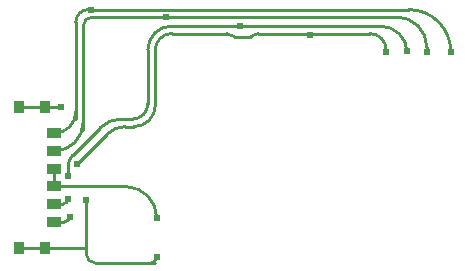
<source format=gbl>
G04 Layer: BottomLayer*
G04 EasyEDA v6.5.46, 2024-08-14 00:49:08*
G04 dde63f3f8315456bab8066d9accbbf49,2068458b4593477ca407b24a564fb9b8,10*
G04 Gerber Generator version 0.2*
G04 Scale: 100 percent, Rotated: No, Reflected: No *
G04 Dimensions in millimeters *
G04 leading zeros omitted , absolute positions ,4 integer and 5 decimal *
%FSLAX45Y45*%
%MOMM*%

%AMMACRO1*21,1,$1,$2,0,0,$3*%
%ADD10C,0.2540*%
%ADD11MACRO1,0.9X1.2X90.0000*%
%ADD12MACRO1,1X0.9X-90.0000*%
%ADD13C,0.6200*%

%LPD*%
D10*
X3530600Y2870200D02*
G01*
X3543300Y2870200D01*
X2596060Y2870200D02*
G01*
X3530600Y2870200D01*
X2527300Y2844800D02*
G01*
X2534739Y2844800D01*
X2392860Y2844800D02*
G01*
X2527300Y2844800D01*
X2311400Y2870200D02*
G01*
X2331539Y2870200D01*
X1866900Y2870200D02*
G01*
X2311400Y2870200D01*
X1727200Y2260600D02*
G01*
X1727200Y2730500D01*
X1473200Y2082800D02*
G01*
X1549400Y2082800D01*
X1066800Y1765300D02*
G01*
X1321437Y2019937D01*
X3530600Y2933700D02*
G01*
X3632200Y2933700D01*
X2442519Y2933700D02*
G01*
X3530600Y2933700D01*
X1866900Y2933700D02*
G01*
X2442519Y2933700D01*
X1663700Y2273300D02*
G01*
X1663700Y2730500D01*
X1524000Y2146300D02*
G01*
X1536700Y2146300D01*
X1437279Y2146300D02*
G01*
X1524000Y2146300D01*
X1028700Y1841500D02*
G01*
X1260116Y2072916D01*
X990600Y1663700D02*
G01*
X990600Y1749518D01*
X1143000Y1054100D02*
G01*
X1143000Y1460500D01*
X1143000Y1003300D02*
G01*
X1143000Y1054100D01*
X873912Y1275994D02*
G01*
X958494Y1275994D01*
X873912Y1425981D02*
G01*
X943381Y1425981D01*
X4025900Y2755900D02*
G01*
X4025900Y2717800D01*
X3638550Y3073400D02*
G01*
X3873500Y3073400D01*
X3759200Y3009900D02*
G01*
X3771900Y3009900D01*
X1816100Y3009900D02*
G01*
X3759200Y3009900D01*
X1219200Y3009900D02*
G01*
X1816100Y3009900D01*
X1192580Y3009900D02*
G01*
X1219200Y3009900D01*
X1117600Y2934919D02*
G01*
X1117600Y2946400D01*
X1054100Y2962732D02*
G01*
X1054100Y2965450D01*
X1117600Y2934919D02*
G01*
X1117600Y2946400D01*
X1472006Y1575993D02*
G01*
X873912Y1575993D01*
X573900Y2251001D02*
G01*
X793889Y2251001D01*
X573900Y1051003D02*
G01*
X793889Y1051003D01*
X873899Y1575996D02*
G01*
X873899Y1725983D01*
X1181100Y3073400D02*
G01*
X3638550Y3073400D01*
X1117600Y2057400D02*
G01*
X1117600Y2934919D01*
X1054100Y2146300D02*
G01*
X1054100Y2962732D01*
X1727200Y927100D02*
G01*
X1219200Y927100D01*
X793902Y2250998D02*
G01*
X927100Y2250998D01*
X927100Y2247900D01*
X797001Y1054100D02*
G01*
X1143000Y1054100D01*
D11*
G01*
X873899Y1275994D03*
G01*
X873899Y1425994D03*
G01*
X873899Y1575993D03*
G01*
X873899Y1725993D03*
G01*
X873899Y1875993D03*
G01*
X873899Y2025992D03*
D12*
G01*
X793899Y2250994D03*
G01*
X573900Y2250996D03*
G01*
X793899Y1050996D03*
G01*
X573902Y1050993D03*
D10*
G75*
G01*
X1054100Y2965450D02*
G02*
X1162050Y3073400I107950J0D01*
G75*
G01*
X873912Y1875993D02*
G03*
X1117600Y2119681I0J243688D01*
G75*
G01*
X3543300Y2870200D02*
G02*
X3683000Y2730500I0J-139700D01*
G75*
G01*
X2565400Y2857500D02*
G02*
X2596060Y2870200I30660J-30660D01*
G75*
G01*
X2534740Y2844800D02*
G03*
X2565400Y2857500I0J43360D01*
G75*
G01*
X2362200Y2857500D02*
G03*
X2392860Y2844800I30660J30660D01*
G75*
G01*
X2331540Y2870200D02*
G02*
X2362200Y2857500I0J-43360D01*
G75*
G01*
X1727200Y2730500D02*
G02*
X1866900Y2870200I139700J0D01*
G75*
G01*
X1549400Y2082800D02*
G03*
X1727200Y2260600I0J177800D01*
G75*
G01*
X1321438Y2019938D02*
G02*
X1473200Y2082800I151762J-151760D01*
G75*
G01*
X3632200Y2933700D02*
G02*
X3860800Y2705100I0J-228600D01*
G75*
G01*
X1663700Y2730500D02*
G02*
X1866900Y2933700I203200J0D01*
G75*
G01*
X1536700Y2146300D02*
G03*
X1663700Y2273300I0J127000D01*
G75*
G01*
X1260117Y2072917D02*
G02*
X1437279Y2146300I177162J-177163D01*
G75*
G01*
X990600Y1749519D02*
G02*
X1028700Y1841500I130081J0D01*
G75*
G01*
X793902Y1051001D02*
G02*
X797001Y1054100I3099J0D01*
G75*
G01*
X1219200Y927100D02*
G02*
X1143000Y1003300I0J76200D01*
G75*
G01*
X958494Y1275994D02*
G03*
X1003300Y1320800I0J44806D01*
G75*
G01*
X943381Y1425981D02*
G03*
X990600Y1473200I0J47219D01*
G75*
G01*
X1739900Y977900D02*
G02*
X1689100Y927100I-50800J0D01*
G75*
G01*
X3771900Y3009900D02*
G02*
X4025900Y2755900I0J-254000D01*
G75*
G01*
X3873500Y3073400D02*
G02*
X4229100Y2717800I0J-355600D01*
G75*
G01*
X1117600Y2934919D02*
G02*
X1192581Y3009900I74981J0D01*
G75*
G01*
X873912Y2025980D02*
G03*
X1054100Y2206168I0J180188D01*
G75*
G01*
X1739900Y1308100D02*
G03*
X1472006Y1575994I-267894J0D01*
D13*
G01*
X1739900Y1308100D03*
G01*
X1739900Y977900D03*
G01*
X1181100Y3073400D03*
G01*
X1816100Y3009900D03*
G01*
X4229100Y2717800D03*
G01*
X4025900Y2717800D03*
G01*
X990600Y1473200D03*
G01*
X1003300Y1320800D03*
G01*
X1143000Y1460500D03*
G01*
X990600Y1663700D03*
G01*
X1066800Y1765300D03*
G01*
X2442514Y2933700D03*
G01*
X3860215Y2721355D03*
G01*
X3035300Y2857500D03*
G01*
X3683000Y2717800D03*
G01*
X927100Y2250998D03*
M02*

</source>
